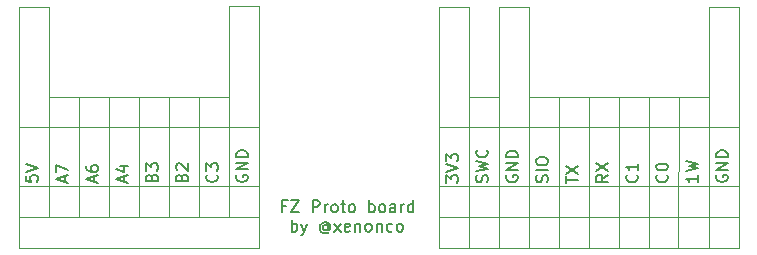
<source format=gbr>
%TF.GenerationSoftware,KiCad,Pcbnew,8.0.4*%
%TF.CreationDate,2024-10-06T22:56:45+03:00*%
%TF.ProjectId,Flipper Zero Protoboard mini,466c6970-7065-4722-905a-65726f205072,rev?*%
%TF.SameCoordinates,Original*%
%TF.FileFunction,Legend,Top*%
%TF.FilePolarity,Positive*%
%FSLAX46Y46*%
G04 Gerber Fmt 4.6, Leading zero omitted, Abs format (unit mm)*
G04 Created by KiCad (PCBNEW 8.0.4) date 2024-10-06 22:56:45*
%MOMM*%
%LPD*%
G01*
G04 APERTURE LIST*
%ADD10C,0.150000*%
%ADD11C,0.100000*%
G04 APERTURE END LIST*
D10*
X78066779Y-81849819D02*
X78066779Y-80849819D01*
X78066779Y-81230771D02*
X78162017Y-81183152D01*
X78162017Y-81183152D02*
X78352493Y-81183152D01*
X78352493Y-81183152D02*
X78447731Y-81230771D01*
X78447731Y-81230771D02*
X78495350Y-81278390D01*
X78495350Y-81278390D02*
X78542969Y-81373628D01*
X78542969Y-81373628D02*
X78542969Y-81659342D01*
X78542969Y-81659342D02*
X78495350Y-81754580D01*
X78495350Y-81754580D02*
X78447731Y-81802200D01*
X78447731Y-81802200D02*
X78352493Y-81849819D01*
X78352493Y-81849819D02*
X78162017Y-81849819D01*
X78162017Y-81849819D02*
X78066779Y-81802200D01*
X78876303Y-81183152D02*
X79114398Y-81849819D01*
X79352493Y-81183152D02*
X79114398Y-81849819D01*
X79114398Y-81849819D02*
X79019160Y-82087914D01*
X79019160Y-82087914D02*
X78971541Y-82135533D01*
X78971541Y-82135533D02*
X78876303Y-82183152D01*
X81114398Y-81373628D02*
X81066779Y-81326009D01*
X81066779Y-81326009D02*
X80971541Y-81278390D01*
X80971541Y-81278390D02*
X80876303Y-81278390D01*
X80876303Y-81278390D02*
X80781065Y-81326009D01*
X80781065Y-81326009D02*
X80733446Y-81373628D01*
X80733446Y-81373628D02*
X80685827Y-81468866D01*
X80685827Y-81468866D02*
X80685827Y-81564104D01*
X80685827Y-81564104D02*
X80733446Y-81659342D01*
X80733446Y-81659342D02*
X80781065Y-81706961D01*
X80781065Y-81706961D02*
X80876303Y-81754580D01*
X80876303Y-81754580D02*
X80971541Y-81754580D01*
X80971541Y-81754580D02*
X81066779Y-81706961D01*
X81066779Y-81706961D02*
X81114398Y-81659342D01*
X81114398Y-81278390D02*
X81114398Y-81659342D01*
X81114398Y-81659342D02*
X81162017Y-81706961D01*
X81162017Y-81706961D02*
X81209636Y-81706961D01*
X81209636Y-81706961D02*
X81304875Y-81659342D01*
X81304875Y-81659342D02*
X81352494Y-81564104D01*
X81352494Y-81564104D02*
X81352494Y-81326009D01*
X81352494Y-81326009D02*
X81257256Y-81183152D01*
X81257256Y-81183152D02*
X81114398Y-81087914D01*
X81114398Y-81087914D02*
X80923922Y-81040295D01*
X80923922Y-81040295D02*
X80733446Y-81087914D01*
X80733446Y-81087914D02*
X80590589Y-81183152D01*
X80590589Y-81183152D02*
X80495351Y-81326009D01*
X80495351Y-81326009D02*
X80447732Y-81516485D01*
X80447732Y-81516485D02*
X80495351Y-81706961D01*
X80495351Y-81706961D02*
X80590589Y-81849819D01*
X80590589Y-81849819D02*
X80733446Y-81945057D01*
X80733446Y-81945057D02*
X80923922Y-81992676D01*
X80923922Y-81992676D02*
X81114398Y-81945057D01*
X81114398Y-81945057D02*
X81257256Y-81849819D01*
X81685827Y-81849819D02*
X82209636Y-81183152D01*
X81685827Y-81183152D02*
X82209636Y-81849819D01*
X82971541Y-81802200D02*
X82876303Y-81849819D01*
X82876303Y-81849819D02*
X82685827Y-81849819D01*
X82685827Y-81849819D02*
X82590589Y-81802200D01*
X82590589Y-81802200D02*
X82542970Y-81706961D01*
X82542970Y-81706961D02*
X82542970Y-81326009D01*
X82542970Y-81326009D02*
X82590589Y-81230771D01*
X82590589Y-81230771D02*
X82685827Y-81183152D01*
X82685827Y-81183152D02*
X82876303Y-81183152D01*
X82876303Y-81183152D02*
X82971541Y-81230771D01*
X82971541Y-81230771D02*
X83019160Y-81326009D01*
X83019160Y-81326009D02*
X83019160Y-81421247D01*
X83019160Y-81421247D02*
X82542970Y-81516485D01*
X83447732Y-81183152D02*
X83447732Y-81849819D01*
X83447732Y-81278390D02*
X83495351Y-81230771D01*
X83495351Y-81230771D02*
X83590589Y-81183152D01*
X83590589Y-81183152D02*
X83733446Y-81183152D01*
X83733446Y-81183152D02*
X83828684Y-81230771D01*
X83828684Y-81230771D02*
X83876303Y-81326009D01*
X83876303Y-81326009D02*
X83876303Y-81849819D01*
X84495351Y-81849819D02*
X84400113Y-81802200D01*
X84400113Y-81802200D02*
X84352494Y-81754580D01*
X84352494Y-81754580D02*
X84304875Y-81659342D01*
X84304875Y-81659342D02*
X84304875Y-81373628D01*
X84304875Y-81373628D02*
X84352494Y-81278390D01*
X84352494Y-81278390D02*
X84400113Y-81230771D01*
X84400113Y-81230771D02*
X84495351Y-81183152D01*
X84495351Y-81183152D02*
X84638208Y-81183152D01*
X84638208Y-81183152D02*
X84733446Y-81230771D01*
X84733446Y-81230771D02*
X84781065Y-81278390D01*
X84781065Y-81278390D02*
X84828684Y-81373628D01*
X84828684Y-81373628D02*
X84828684Y-81659342D01*
X84828684Y-81659342D02*
X84781065Y-81754580D01*
X84781065Y-81754580D02*
X84733446Y-81802200D01*
X84733446Y-81802200D02*
X84638208Y-81849819D01*
X84638208Y-81849819D02*
X84495351Y-81849819D01*
X85257256Y-81183152D02*
X85257256Y-81849819D01*
X85257256Y-81278390D02*
X85304875Y-81230771D01*
X85304875Y-81230771D02*
X85400113Y-81183152D01*
X85400113Y-81183152D02*
X85542970Y-81183152D01*
X85542970Y-81183152D02*
X85638208Y-81230771D01*
X85638208Y-81230771D02*
X85685827Y-81326009D01*
X85685827Y-81326009D02*
X85685827Y-81849819D01*
X86590589Y-81802200D02*
X86495351Y-81849819D01*
X86495351Y-81849819D02*
X86304875Y-81849819D01*
X86304875Y-81849819D02*
X86209637Y-81802200D01*
X86209637Y-81802200D02*
X86162018Y-81754580D01*
X86162018Y-81754580D02*
X86114399Y-81659342D01*
X86114399Y-81659342D02*
X86114399Y-81373628D01*
X86114399Y-81373628D02*
X86162018Y-81278390D01*
X86162018Y-81278390D02*
X86209637Y-81230771D01*
X86209637Y-81230771D02*
X86304875Y-81183152D01*
X86304875Y-81183152D02*
X86495351Y-81183152D01*
X86495351Y-81183152D02*
X86590589Y-81230771D01*
X87162018Y-81849819D02*
X87066780Y-81802200D01*
X87066780Y-81802200D02*
X87019161Y-81754580D01*
X87019161Y-81754580D02*
X86971542Y-81659342D01*
X86971542Y-81659342D02*
X86971542Y-81373628D01*
X86971542Y-81373628D02*
X87019161Y-81278390D01*
X87019161Y-81278390D02*
X87066780Y-81230771D01*
X87066780Y-81230771D02*
X87162018Y-81183152D01*
X87162018Y-81183152D02*
X87304875Y-81183152D01*
X87304875Y-81183152D02*
X87400113Y-81230771D01*
X87400113Y-81230771D02*
X87447732Y-81278390D01*
X87447732Y-81278390D02*
X87495351Y-81373628D01*
X87495351Y-81373628D02*
X87495351Y-81659342D01*
X87495351Y-81659342D02*
X87447732Y-81754580D01*
X87447732Y-81754580D02*
X87400113Y-81802200D01*
X87400113Y-81802200D02*
X87304875Y-81849819D01*
X87304875Y-81849819D02*
X87162018Y-81849819D01*
X77620112Y-79686009D02*
X77286779Y-79686009D01*
X77286779Y-80209819D02*
X77286779Y-79209819D01*
X77286779Y-79209819D02*
X77762969Y-79209819D01*
X78048684Y-79209819D02*
X78715350Y-79209819D01*
X78715350Y-79209819D02*
X78048684Y-80209819D01*
X78048684Y-80209819D02*
X78715350Y-80209819D01*
X79858208Y-80209819D02*
X79858208Y-79209819D01*
X79858208Y-79209819D02*
X80239160Y-79209819D01*
X80239160Y-79209819D02*
X80334398Y-79257438D01*
X80334398Y-79257438D02*
X80382017Y-79305057D01*
X80382017Y-79305057D02*
X80429636Y-79400295D01*
X80429636Y-79400295D02*
X80429636Y-79543152D01*
X80429636Y-79543152D02*
X80382017Y-79638390D01*
X80382017Y-79638390D02*
X80334398Y-79686009D01*
X80334398Y-79686009D02*
X80239160Y-79733628D01*
X80239160Y-79733628D02*
X79858208Y-79733628D01*
X80858208Y-80209819D02*
X80858208Y-79543152D01*
X80858208Y-79733628D02*
X80905827Y-79638390D01*
X80905827Y-79638390D02*
X80953446Y-79590771D01*
X80953446Y-79590771D02*
X81048684Y-79543152D01*
X81048684Y-79543152D02*
X81143922Y-79543152D01*
X81620113Y-80209819D02*
X81524875Y-80162200D01*
X81524875Y-80162200D02*
X81477256Y-80114580D01*
X81477256Y-80114580D02*
X81429637Y-80019342D01*
X81429637Y-80019342D02*
X81429637Y-79733628D01*
X81429637Y-79733628D02*
X81477256Y-79638390D01*
X81477256Y-79638390D02*
X81524875Y-79590771D01*
X81524875Y-79590771D02*
X81620113Y-79543152D01*
X81620113Y-79543152D02*
X81762970Y-79543152D01*
X81762970Y-79543152D02*
X81858208Y-79590771D01*
X81858208Y-79590771D02*
X81905827Y-79638390D01*
X81905827Y-79638390D02*
X81953446Y-79733628D01*
X81953446Y-79733628D02*
X81953446Y-80019342D01*
X81953446Y-80019342D02*
X81905827Y-80114580D01*
X81905827Y-80114580D02*
X81858208Y-80162200D01*
X81858208Y-80162200D02*
X81762970Y-80209819D01*
X81762970Y-80209819D02*
X81620113Y-80209819D01*
X82239161Y-79543152D02*
X82620113Y-79543152D01*
X82382018Y-79209819D02*
X82382018Y-80066961D01*
X82382018Y-80066961D02*
X82429637Y-80162200D01*
X82429637Y-80162200D02*
X82524875Y-80209819D01*
X82524875Y-80209819D02*
X82620113Y-80209819D01*
X83096304Y-80209819D02*
X83001066Y-80162200D01*
X83001066Y-80162200D02*
X82953447Y-80114580D01*
X82953447Y-80114580D02*
X82905828Y-80019342D01*
X82905828Y-80019342D02*
X82905828Y-79733628D01*
X82905828Y-79733628D02*
X82953447Y-79638390D01*
X82953447Y-79638390D02*
X83001066Y-79590771D01*
X83001066Y-79590771D02*
X83096304Y-79543152D01*
X83096304Y-79543152D02*
X83239161Y-79543152D01*
X83239161Y-79543152D02*
X83334399Y-79590771D01*
X83334399Y-79590771D02*
X83382018Y-79638390D01*
X83382018Y-79638390D02*
X83429637Y-79733628D01*
X83429637Y-79733628D02*
X83429637Y-80019342D01*
X83429637Y-80019342D02*
X83382018Y-80114580D01*
X83382018Y-80114580D02*
X83334399Y-80162200D01*
X83334399Y-80162200D02*
X83239161Y-80209819D01*
X83239161Y-80209819D02*
X83096304Y-80209819D01*
X84620114Y-80209819D02*
X84620114Y-79209819D01*
X84620114Y-79590771D02*
X84715352Y-79543152D01*
X84715352Y-79543152D02*
X84905828Y-79543152D01*
X84905828Y-79543152D02*
X85001066Y-79590771D01*
X85001066Y-79590771D02*
X85048685Y-79638390D01*
X85048685Y-79638390D02*
X85096304Y-79733628D01*
X85096304Y-79733628D02*
X85096304Y-80019342D01*
X85096304Y-80019342D02*
X85048685Y-80114580D01*
X85048685Y-80114580D02*
X85001066Y-80162200D01*
X85001066Y-80162200D02*
X84905828Y-80209819D01*
X84905828Y-80209819D02*
X84715352Y-80209819D01*
X84715352Y-80209819D02*
X84620114Y-80162200D01*
X85667733Y-80209819D02*
X85572495Y-80162200D01*
X85572495Y-80162200D02*
X85524876Y-80114580D01*
X85524876Y-80114580D02*
X85477257Y-80019342D01*
X85477257Y-80019342D02*
X85477257Y-79733628D01*
X85477257Y-79733628D02*
X85524876Y-79638390D01*
X85524876Y-79638390D02*
X85572495Y-79590771D01*
X85572495Y-79590771D02*
X85667733Y-79543152D01*
X85667733Y-79543152D02*
X85810590Y-79543152D01*
X85810590Y-79543152D02*
X85905828Y-79590771D01*
X85905828Y-79590771D02*
X85953447Y-79638390D01*
X85953447Y-79638390D02*
X86001066Y-79733628D01*
X86001066Y-79733628D02*
X86001066Y-80019342D01*
X86001066Y-80019342D02*
X85953447Y-80114580D01*
X85953447Y-80114580D02*
X85905828Y-80162200D01*
X85905828Y-80162200D02*
X85810590Y-80209819D01*
X85810590Y-80209819D02*
X85667733Y-80209819D01*
X86858209Y-80209819D02*
X86858209Y-79686009D01*
X86858209Y-79686009D02*
X86810590Y-79590771D01*
X86810590Y-79590771D02*
X86715352Y-79543152D01*
X86715352Y-79543152D02*
X86524876Y-79543152D01*
X86524876Y-79543152D02*
X86429638Y-79590771D01*
X86858209Y-80162200D02*
X86762971Y-80209819D01*
X86762971Y-80209819D02*
X86524876Y-80209819D01*
X86524876Y-80209819D02*
X86429638Y-80162200D01*
X86429638Y-80162200D02*
X86382019Y-80066961D01*
X86382019Y-80066961D02*
X86382019Y-79971723D01*
X86382019Y-79971723D02*
X86429638Y-79876485D01*
X86429638Y-79876485D02*
X86524876Y-79828866D01*
X86524876Y-79828866D02*
X86762971Y-79828866D01*
X86762971Y-79828866D02*
X86858209Y-79781247D01*
X87334400Y-80209819D02*
X87334400Y-79543152D01*
X87334400Y-79733628D02*
X87382019Y-79638390D01*
X87382019Y-79638390D02*
X87429638Y-79590771D01*
X87429638Y-79590771D02*
X87524876Y-79543152D01*
X87524876Y-79543152D02*
X87620114Y-79543152D01*
X88382019Y-80209819D02*
X88382019Y-79209819D01*
X88382019Y-80162200D02*
X88286781Y-80209819D01*
X88286781Y-80209819D02*
X88096305Y-80209819D01*
X88096305Y-80209819D02*
X88001067Y-80162200D01*
X88001067Y-80162200D02*
X87953448Y-80114580D01*
X87953448Y-80114580D02*
X87905829Y-80019342D01*
X87905829Y-80019342D02*
X87905829Y-79733628D01*
X87905829Y-79733628D02*
X87953448Y-79638390D01*
X87953448Y-79638390D02*
X88001067Y-79590771D01*
X88001067Y-79590771D02*
X88096305Y-79543152D01*
X88096305Y-79543152D02*
X88286781Y-79543152D01*
X88286781Y-79543152D02*
X88382019Y-79590771D01*
X114047438Y-77079411D02*
X113999819Y-77174649D01*
X113999819Y-77174649D02*
X113999819Y-77317506D01*
X113999819Y-77317506D02*
X114047438Y-77460363D01*
X114047438Y-77460363D02*
X114142676Y-77555601D01*
X114142676Y-77555601D02*
X114237914Y-77603220D01*
X114237914Y-77603220D02*
X114428390Y-77650839D01*
X114428390Y-77650839D02*
X114571247Y-77650839D01*
X114571247Y-77650839D02*
X114761723Y-77603220D01*
X114761723Y-77603220D02*
X114856961Y-77555601D01*
X114856961Y-77555601D02*
X114952200Y-77460363D01*
X114952200Y-77460363D02*
X114999819Y-77317506D01*
X114999819Y-77317506D02*
X114999819Y-77222268D01*
X114999819Y-77222268D02*
X114952200Y-77079411D01*
X114952200Y-77079411D02*
X114904580Y-77031792D01*
X114904580Y-77031792D02*
X114571247Y-77031792D01*
X114571247Y-77031792D02*
X114571247Y-77222268D01*
X114999819Y-76603220D02*
X113999819Y-76603220D01*
X113999819Y-76603220D02*
X114999819Y-76031792D01*
X114999819Y-76031792D02*
X113999819Y-76031792D01*
X114999819Y-75555601D02*
X113999819Y-75555601D01*
X113999819Y-75555601D02*
X113999819Y-75317506D01*
X113999819Y-75317506D02*
X114047438Y-75174649D01*
X114047438Y-75174649D02*
X114142676Y-75079411D01*
X114142676Y-75079411D02*
X114237914Y-75031792D01*
X114237914Y-75031792D02*
X114428390Y-74984173D01*
X114428390Y-74984173D02*
X114571247Y-74984173D01*
X114571247Y-74984173D02*
X114761723Y-75031792D01*
X114761723Y-75031792D02*
X114856961Y-75079411D01*
X114856961Y-75079411D02*
X114952200Y-75174649D01*
X114952200Y-75174649D02*
X114999819Y-75317506D01*
X114999819Y-75317506D02*
X114999819Y-75555601D01*
X112459819Y-77079411D02*
X112459819Y-77650839D01*
X112459819Y-77365125D02*
X111459819Y-77365125D01*
X111459819Y-77365125D02*
X111602676Y-77460363D01*
X111602676Y-77460363D02*
X111697914Y-77555601D01*
X111697914Y-77555601D02*
X111745533Y-77650839D01*
X111459819Y-76746077D02*
X112459819Y-76507982D01*
X112459819Y-76507982D02*
X111745533Y-76317506D01*
X111745533Y-76317506D02*
X112459819Y-76127030D01*
X112459819Y-76127030D02*
X111459819Y-75888935D01*
X109824580Y-77041792D02*
X109872200Y-77089411D01*
X109872200Y-77089411D02*
X109919819Y-77232268D01*
X109919819Y-77232268D02*
X109919819Y-77327506D01*
X109919819Y-77327506D02*
X109872200Y-77470363D01*
X109872200Y-77470363D02*
X109776961Y-77565601D01*
X109776961Y-77565601D02*
X109681723Y-77613220D01*
X109681723Y-77613220D02*
X109491247Y-77660839D01*
X109491247Y-77660839D02*
X109348390Y-77660839D01*
X109348390Y-77660839D02*
X109157914Y-77613220D01*
X109157914Y-77613220D02*
X109062676Y-77565601D01*
X109062676Y-77565601D02*
X108967438Y-77470363D01*
X108967438Y-77470363D02*
X108919819Y-77327506D01*
X108919819Y-77327506D02*
X108919819Y-77232268D01*
X108919819Y-77232268D02*
X108967438Y-77089411D01*
X108967438Y-77089411D02*
X109015057Y-77041792D01*
X108919819Y-76422744D02*
X108919819Y-76327506D01*
X108919819Y-76327506D02*
X108967438Y-76232268D01*
X108967438Y-76232268D02*
X109015057Y-76184649D01*
X109015057Y-76184649D02*
X109110295Y-76137030D01*
X109110295Y-76137030D02*
X109300771Y-76089411D01*
X109300771Y-76089411D02*
X109538866Y-76089411D01*
X109538866Y-76089411D02*
X109729342Y-76137030D01*
X109729342Y-76137030D02*
X109824580Y-76184649D01*
X109824580Y-76184649D02*
X109872200Y-76232268D01*
X109872200Y-76232268D02*
X109919819Y-76327506D01*
X109919819Y-76327506D02*
X109919819Y-76422744D01*
X109919819Y-76422744D02*
X109872200Y-76517982D01*
X109872200Y-76517982D02*
X109824580Y-76565601D01*
X109824580Y-76565601D02*
X109729342Y-76613220D01*
X109729342Y-76613220D02*
X109538866Y-76660839D01*
X109538866Y-76660839D02*
X109300771Y-76660839D01*
X109300771Y-76660839D02*
X109110295Y-76613220D01*
X109110295Y-76613220D02*
X109015057Y-76565601D01*
X109015057Y-76565601D02*
X108967438Y-76517982D01*
X108967438Y-76517982D02*
X108919819Y-76422744D01*
X107284580Y-77041792D02*
X107332200Y-77089411D01*
X107332200Y-77089411D02*
X107379819Y-77232268D01*
X107379819Y-77232268D02*
X107379819Y-77327506D01*
X107379819Y-77327506D02*
X107332200Y-77470363D01*
X107332200Y-77470363D02*
X107236961Y-77565601D01*
X107236961Y-77565601D02*
X107141723Y-77613220D01*
X107141723Y-77613220D02*
X106951247Y-77660839D01*
X106951247Y-77660839D02*
X106808390Y-77660839D01*
X106808390Y-77660839D02*
X106617914Y-77613220D01*
X106617914Y-77613220D02*
X106522676Y-77565601D01*
X106522676Y-77565601D02*
X106427438Y-77470363D01*
X106427438Y-77470363D02*
X106379819Y-77327506D01*
X106379819Y-77327506D02*
X106379819Y-77232268D01*
X106379819Y-77232268D02*
X106427438Y-77089411D01*
X106427438Y-77089411D02*
X106475057Y-77041792D01*
X107379819Y-76089411D02*
X107379819Y-76660839D01*
X107379819Y-76375125D02*
X106379819Y-76375125D01*
X106379819Y-76375125D02*
X106522676Y-76470363D01*
X106522676Y-76470363D02*
X106617914Y-76565601D01*
X106617914Y-76565601D02*
X106665533Y-76660839D01*
X104839819Y-77041792D02*
X104363628Y-77375125D01*
X104839819Y-77613220D02*
X103839819Y-77613220D01*
X103839819Y-77613220D02*
X103839819Y-77232268D01*
X103839819Y-77232268D02*
X103887438Y-77137030D01*
X103887438Y-77137030D02*
X103935057Y-77089411D01*
X103935057Y-77089411D02*
X104030295Y-77041792D01*
X104030295Y-77041792D02*
X104173152Y-77041792D01*
X104173152Y-77041792D02*
X104268390Y-77089411D01*
X104268390Y-77089411D02*
X104316009Y-77137030D01*
X104316009Y-77137030D02*
X104363628Y-77232268D01*
X104363628Y-77232268D02*
X104363628Y-77613220D01*
X103839819Y-76708458D02*
X104839819Y-76041792D01*
X103839819Y-76041792D02*
X104839819Y-76708458D01*
X101299819Y-77756077D02*
X101299819Y-77184649D01*
X102299819Y-77470363D02*
X101299819Y-77470363D01*
X101299819Y-76946553D02*
X102299819Y-76279887D01*
X101299819Y-76279887D02*
X102299819Y-76946553D01*
X99712200Y-77660839D02*
X99759819Y-77517982D01*
X99759819Y-77517982D02*
X99759819Y-77279887D01*
X99759819Y-77279887D02*
X99712200Y-77184649D01*
X99712200Y-77184649D02*
X99664580Y-77137030D01*
X99664580Y-77137030D02*
X99569342Y-77089411D01*
X99569342Y-77089411D02*
X99474104Y-77089411D01*
X99474104Y-77089411D02*
X99378866Y-77137030D01*
X99378866Y-77137030D02*
X99331247Y-77184649D01*
X99331247Y-77184649D02*
X99283628Y-77279887D01*
X99283628Y-77279887D02*
X99236009Y-77470363D01*
X99236009Y-77470363D02*
X99188390Y-77565601D01*
X99188390Y-77565601D02*
X99140771Y-77613220D01*
X99140771Y-77613220D02*
X99045533Y-77660839D01*
X99045533Y-77660839D02*
X98950295Y-77660839D01*
X98950295Y-77660839D02*
X98855057Y-77613220D01*
X98855057Y-77613220D02*
X98807438Y-77565601D01*
X98807438Y-77565601D02*
X98759819Y-77470363D01*
X98759819Y-77470363D02*
X98759819Y-77232268D01*
X98759819Y-77232268D02*
X98807438Y-77089411D01*
X99759819Y-76660839D02*
X98759819Y-76660839D01*
X98759819Y-75994173D02*
X98759819Y-75803697D01*
X98759819Y-75803697D02*
X98807438Y-75708459D01*
X98807438Y-75708459D02*
X98902676Y-75613221D01*
X98902676Y-75613221D02*
X99093152Y-75565602D01*
X99093152Y-75565602D02*
X99426485Y-75565602D01*
X99426485Y-75565602D02*
X99616961Y-75613221D01*
X99616961Y-75613221D02*
X99712200Y-75708459D01*
X99712200Y-75708459D02*
X99759819Y-75803697D01*
X99759819Y-75803697D02*
X99759819Y-75994173D01*
X99759819Y-75994173D02*
X99712200Y-76089411D01*
X99712200Y-76089411D02*
X99616961Y-76184649D01*
X99616961Y-76184649D02*
X99426485Y-76232268D01*
X99426485Y-76232268D02*
X99093152Y-76232268D01*
X99093152Y-76232268D02*
X98902676Y-76184649D01*
X98902676Y-76184649D02*
X98807438Y-76089411D01*
X98807438Y-76089411D02*
X98759819Y-75994173D01*
X96267438Y-77089411D02*
X96219819Y-77184649D01*
X96219819Y-77184649D02*
X96219819Y-77327506D01*
X96219819Y-77327506D02*
X96267438Y-77470363D01*
X96267438Y-77470363D02*
X96362676Y-77565601D01*
X96362676Y-77565601D02*
X96457914Y-77613220D01*
X96457914Y-77613220D02*
X96648390Y-77660839D01*
X96648390Y-77660839D02*
X96791247Y-77660839D01*
X96791247Y-77660839D02*
X96981723Y-77613220D01*
X96981723Y-77613220D02*
X97076961Y-77565601D01*
X97076961Y-77565601D02*
X97172200Y-77470363D01*
X97172200Y-77470363D02*
X97219819Y-77327506D01*
X97219819Y-77327506D02*
X97219819Y-77232268D01*
X97219819Y-77232268D02*
X97172200Y-77089411D01*
X97172200Y-77089411D02*
X97124580Y-77041792D01*
X97124580Y-77041792D02*
X96791247Y-77041792D01*
X96791247Y-77041792D02*
X96791247Y-77232268D01*
X97219819Y-76613220D02*
X96219819Y-76613220D01*
X96219819Y-76613220D02*
X97219819Y-76041792D01*
X97219819Y-76041792D02*
X96219819Y-76041792D01*
X97219819Y-75565601D02*
X96219819Y-75565601D01*
X96219819Y-75565601D02*
X96219819Y-75327506D01*
X96219819Y-75327506D02*
X96267438Y-75184649D01*
X96267438Y-75184649D02*
X96362676Y-75089411D01*
X96362676Y-75089411D02*
X96457914Y-75041792D01*
X96457914Y-75041792D02*
X96648390Y-74994173D01*
X96648390Y-74994173D02*
X96791247Y-74994173D01*
X96791247Y-74994173D02*
X96981723Y-75041792D01*
X96981723Y-75041792D02*
X97076961Y-75089411D01*
X97076961Y-75089411D02*
X97172200Y-75184649D01*
X97172200Y-75184649D02*
X97219819Y-75327506D01*
X97219819Y-75327506D02*
X97219819Y-75565601D01*
X94632200Y-77660839D02*
X94679819Y-77517982D01*
X94679819Y-77517982D02*
X94679819Y-77279887D01*
X94679819Y-77279887D02*
X94632200Y-77184649D01*
X94632200Y-77184649D02*
X94584580Y-77137030D01*
X94584580Y-77137030D02*
X94489342Y-77089411D01*
X94489342Y-77089411D02*
X94394104Y-77089411D01*
X94394104Y-77089411D02*
X94298866Y-77137030D01*
X94298866Y-77137030D02*
X94251247Y-77184649D01*
X94251247Y-77184649D02*
X94203628Y-77279887D01*
X94203628Y-77279887D02*
X94156009Y-77470363D01*
X94156009Y-77470363D02*
X94108390Y-77565601D01*
X94108390Y-77565601D02*
X94060771Y-77613220D01*
X94060771Y-77613220D02*
X93965533Y-77660839D01*
X93965533Y-77660839D02*
X93870295Y-77660839D01*
X93870295Y-77660839D02*
X93775057Y-77613220D01*
X93775057Y-77613220D02*
X93727438Y-77565601D01*
X93727438Y-77565601D02*
X93679819Y-77470363D01*
X93679819Y-77470363D02*
X93679819Y-77232268D01*
X93679819Y-77232268D02*
X93727438Y-77089411D01*
X93679819Y-76756077D02*
X94679819Y-76517982D01*
X94679819Y-76517982D02*
X93965533Y-76327506D01*
X93965533Y-76327506D02*
X94679819Y-76137030D01*
X94679819Y-76137030D02*
X93679819Y-75898935D01*
X94584580Y-74946554D02*
X94632200Y-74994173D01*
X94632200Y-74994173D02*
X94679819Y-75137030D01*
X94679819Y-75137030D02*
X94679819Y-75232268D01*
X94679819Y-75232268D02*
X94632200Y-75375125D01*
X94632200Y-75375125D02*
X94536961Y-75470363D01*
X94536961Y-75470363D02*
X94441723Y-75517982D01*
X94441723Y-75517982D02*
X94251247Y-75565601D01*
X94251247Y-75565601D02*
X94108390Y-75565601D01*
X94108390Y-75565601D02*
X93917914Y-75517982D01*
X93917914Y-75517982D02*
X93822676Y-75470363D01*
X93822676Y-75470363D02*
X93727438Y-75375125D01*
X93727438Y-75375125D02*
X93679819Y-75232268D01*
X93679819Y-75232268D02*
X93679819Y-75137030D01*
X93679819Y-75137030D02*
X93727438Y-74994173D01*
X93727438Y-74994173D02*
X93775057Y-74946554D01*
X91139819Y-77708458D02*
X91139819Y-77089411D01*
X91139819Y-77089411D02*
X91520771Y-77422744D01*
X91520771Y-77422744D02*
X91520771Y-77279887D01*
X91520771Y-77279887D02*
X91568390Y-77184649D01*
X91568390Y-77184649D02*
X91616009Y-77137030D01*
X91616009Y-77137030D02*
X91711247Y-77089411D01*
X91711247Y-77089411D02*
X91949342Y-77089411D01*
X91949342Y-77089411D02*
X92044580Y-77137030D01*
X92044580Y-77137030D02*
X92092200Y-77184649D01*
X92092200Y-77184649D02*
X92139819Y-77279887D01*
X92139819Y-77279887D02*
X92139819Y-77565601D01*
X92139819Y-77565601D02*
X92092200Y-77660839D01*
X92092200Y-77660839D02*
X92044580Y-77708458D01*
X91139819Y-76803696D02*
X92139819Y-76470363D01*
X92139819Y-76470363D02*
X91139819Y-76137030D01*
X91139819Y-75898934D02*
X91139819Y-75279887D01*
X91139819Y-75279887D02*
X91520771Y-75613220D01*
X91520771Y-75613220D02*
X91520771Y-75470363D01*
X91520771Y-75470363D02*
X91568390Y-75375125D01*
X91568390Y-75375125D02*
X91616009Y-75327506D01*
X91616009Y-75327506D02*
X91711247Y-75279887D01*
X91711247Y-75279887D02*
X91949342Y-75279887D01*
X91949342Y-75279887D02*
X92044580Y-75327506D01*
X92044580Y-75327506D02*
X92092200Y-75375125D01*
X92092200Y-75375125D02*
X92139819Y-75470363D01*
X92139819Y-75470363D02*
X92139819Y-75756077D01*
X92139819Y-75756077D02*
X92092200Y-75851315D01*
X92092200Y-75851315D02*
X92044580Y-75898934D01*
X73407438Y-77069411D02*
X73359819Y-77164649D01*
X73359819Y-77164649D02*
X73359819Y-77307506D01*
X73359819Y-77307506D02*
X73407438Y-77450363D01*
X73407438Y-77450363D02*
X73502676Y-77545601D01*
X73502676Y-77545601D02*
X73597914Y-77593220D01*
X73597914Y-77593220D02*
X73788390Y-77640839D01*
X73788390Y-77640839D02*
X73931247Y-77640839D01*
X73931247Y-77640839D02*
X74121723Y-77593220D01*
X74121723Y-77593220D02*
X74216961Y-77545601D01*
X74216961Y-77545601D02*
X74312200Y-77450363D01*
X74312200Y-77450363D02*
X74359819Y-77307506D01*
X74359819Y-77307506D02*
X74359819Y-77212268D01*
X74359819Y-77212268D02*
X74312200Y-77069411D01*
X74312200Y-77069411D02*
X74264580Y-77021792D01*
X74264580Y-77021792D02*
X73931247Y-77021792D01*
X73931247Y-77021792D02*
X73931247Y-77212268D01*
X74359819Y-76593220D02*
X73359819Y-76593220D01*
X73359819Y-76593220D02*
X74359819Y-76021792D01*
X74359819Y-76021792D02*
X73359819Y-76021792D01*
X74359819Y-75545601D02*
X73359819Y-75545601D01*
X73359819Y-75545601D02*
X73359819Y-75307506D01*
X73359819Y-75307506D02*
X73407438Y-75164649D01*
X73407438Y-75164649D02*
X73502676Y-75069411D01*
X73502676Y-75069411D02*
X73597914Y-75021792D01*
X73597914Y-75021792D02*
X73788390Y-74974173D01*
X73788390Y-74974173D02*
X73931247Y-74974173D01*
X73931247Y-74974173D02*
X74121723Y-75021792D01*
X74121723Y-75021792D02*
X74216961Y-75069411D01*
X74216961Y-75069411D02*
X74312200Y-75164649D01*
X74312200Y-75164649D02*
X74359819Y-75307506D01*
X74359819Y-75307506D02*
X74359819Y-75545601D01*
X71724580Y-77031792D02*
X71772200Y-77079411D01*
X71772200Y-77079411D02*
X71819819Y-77222268D01*
X71819819Y-77222268D02*
X71819819Y-77317506D01*
X71819819Y-77317506D02*
X71772200Y-77460363D01*
X71772200Y-77460363D02*
X71676961Y-77555601D01*
X71676961Y-77555601D02*
X71581723Y-77603220D01*
X71581723Y-77603220D02*
X71391247Y-77650839D01*
X71391247Y-77650839D02*
X71248390Y-77650839D01*
X71248390Y-77650839D02*
X71057914Y-77603220D01*
X71057914Y-77603220D02*
X70962676Y-77555601D01*
X70962676Y-77555601D02*
X70867438Y-77460363D01*
X70867438Y-77460363D02*
X70819819Y-77317506D01*
X70819819Y-77317506D02*
X70819819Y-77222268D01*
X70819819Y-77222268D02*
X70867438Y-77079411D01*
X70867438Y-77079411D02*
X70915057Y-77031792D01*
X70819819Y-76698458D02*
X70819819Y-76079411D01*
X70819819Y-76079411D02*
X71200771Y-76412744D01*
X71200771Y-76412744D02*
X71200771Y-76269887D01*
X71200771Y-76269887D02*
X71248390Y-76174649D01*
X71248390Y-76174649D02*
X71296009Y-76127030D01*
X71296009Y-76127030D02*
X71391247Y-76079411D01*
X71391247Y-76079411D02*
X71629342Y-76079411D01*
X71629342Y-76079411D02*
X71724580Y-76127030D01*
X71724580Y-76127030D02*
X71772200Y-76174649D01*
X71772200Y-76174649D02*
X71819819Y-76269887D01*
X71819819Y-76269887D02*
X71819819Y-76555601D01*
X71819819Y-76555601D02*
X71772200Y-76650839D01*
X71772200Y-76650839D02*
X71724580Y-76698458D01*
X68756009Y-77269887D02*
X68803628Y-77127030D01*
X68803628Y-77127030D02*
X68851247Y-77079411D01*
X68851247Y-77079411D02*
X68946485Y-77031792D01*
X68946485Y-77031792D02*
X69089342Y-77031792D01*
X69089342Y-77031792D02*
X69184580Y-77079411D01*
X69184580Y-77079411D02*
X69232200Y-77127030D01*
X69232200Y-77127030D02*
X69279819Y-77222268D01*
X69279819Y-77222268D02*
X69279819Y-77603220D01*
X69279819Y-77603220D02*
X68279819Y-77603220D01*
X68279819Y-77603220D02*
X68279819Y-77269887D01*
X68279819Y-77269887D02*
X68327438Y-77174649D01*
X68327438Y-77174649D02*
X68375057Y-77127030D01*
X68375057Y-77127030D02*
X68470295Y-77079411D01*
X68470295Y-77079411D02*
X68565533Y-77079411D01*
X68565533Y-77079411D02*
X68660771Y-77127030D01*
X68660771Y-77127030D02*
X68708390Y-77174649D01*
X68708390Y-77174649D02*
X68756009Y-77269887D01*
X68756009Y-77269887D02*
X68756009Y-77603220D01*
X68375057Y-76650839D02*
X68327438Y-76603220D01*
X68327438Y-76603220D02*
X68279819Y-76507982D01*
X68279819Y-76507982D02*
X68279819Y-76269887D01*
X68279819Y-76269887D02*
X68327438Y-76174649D01*
X68327438Y-76174649D02*
X68375057Y-76127030D01*
X68375057Y-76127030D02*
X68470295Y-76079411D01*
X68470295Y-76079411D02*
X68565533Y-76079411D01*
X68565533Y-76079411D02*
X68708390Y-76127030D01*
X68708390Y-76127030D02*
X69279819Y-76698458D01*
X69279819Y-76698458D02*
X69279819Y-76079411D01*
X66216009Y-77269887D02*
X66263628Y-77127030D01*
X66263628Y-77127030D02*
X66311247Y-77079411D01*
X66311247Y-77079411D02*
X66406485Y-77031792D01*
X66406485Y-77031792D02*
X66549342Y-77031792D01*
X66549342Y-77031792D02*
X66644580Y-77079411D01*
X66644580Y-77079411D02*
X66692200Y-77127030D01*
X66692200Y-77127030D02*
X66739819Y-77222268D01*
X66739819Y-77222268D02*
X66739819Y-77603220D01*
X66739819Y-77603220D02*
X65739819Y-77603220D01*
X65739819Y-77603220D02*
X65739819Y-77269887D01*
X65739819Y-77269887D02*
X65787438Y-77174649D01*
X65787438Y-77174649D02*
X65835057Y-77127030D01*
X65835057Y-77127030D02*
X65930295Y-77079411D01*
X65930295Y-77079411D02*
X66025533Y-77079411D01*
X66025533Y-77079411D02*
X66120771Y-77127030D01*
X66120771Y-77127030D02*
X66168390Y-77174649D01*
X66168390Y-77174649D02*
X66216009Y-77269887D01*
X66216009Y-77269887D02*
X66216009Y-77603220D01*
X65739819Y-76698458D02*
X65739819Y-76079411D01*
X65739819Y-76079411D02*
X66120771Y-76412744D01*
X66120771Y-76412744D02*
X66120771Y-76269887D01*
X66120771Y-76269887D02*
X66168390Y-76174649D01*
X66168390Y-76174649D02*
X66216009Y-76127030D01*
X66216009Y-76127030D02*
X66311247Y-76079411D01*
X66311247Y-76079411D02*
X66549342Y-76079411D01*
X66549342Y-76079411D02*
X66644580Y-76127030D01*
X66644580Y-76127030D02*
X66692200Y-76174649D01*
X66692200Y-76174649D02*
X66739819Y-76269887D01*
X66739819Y-76269887D02*
X66739819Y-76555601D01*
X66739819Y-76555601D02*
X66692200Y-76650839D01*
X66692200Y-76650839D02*
X66644580Y-76698458D01*
X63914104Y-77650839D02*
X63914104Y-77174649D01*
X64199819Y-77746077D02*
X63199819Y-77412744D01*
X63199819Y-77412744D02*
X64199819Y-77079411D01*
X63533152Y-76317506D02*
X64199819Y-76317506D01*
X63152200Y-76555601D02*
X63866485Y-76793696D01*
X63866485Y-76793696D02*
X63866485Y-76174649D01*
X61374104Y-77650839D02*
X61374104Y-77174649D01*
X61659819Y-77746077D02*
X60659819Y-77412744D01*
X60659819Y-77412744D02*
X61659819Y-77079411D01*
X60659819Y-76317506D02*
X60659819Y-76507982D01*
X60659819Y-76507982D02*
X60707438Y-76603220D01*
X60707438Y-76603220D02*
X60755057Y-76650839D01*
X60755057Y-76650839D02*
X60897914Y-76746077D01*
X60897914Y-76746077D02*
X61088390Y-76793696D01*
X61088390Y-76793696D02*
X61469342Y-76793696D01*
X61469342Y-76793696D02*
X61564580Y-76746077D01*
X61564580Y-76746077D02*
X61612200Y-76698458D01*
X61612200Y-76698458D02*
X61659819Y-76603220D01*
X61659819Y-76603220D02*
X61659819Y-76412744D01*
X61659819Y-76412744D02*
X61612200Y-76317506D01*
X61612200Y-76317506D02*
X61564580Y-76269887D01*
X61564580Y-76269887D02*
X61469342Y-76222268D01*
X61469342Y-76222268D02*
X61231247Y-76222268D01*
X61231247Y-76222268D02*
X61136009Y-76269887D01*
X61136009Y-76269887D02*
X61088390Y-76317506D01*
X61088390Y-76317506D02*
X61040771Y-76412744D01*
X61040771Y-76412744D02*
X61040771Y-76603220D01*
X61040771Y-76603220D02*
X61088390Y-76698458D01*
X61088390Y-76698458D02*
X61136009Y-76746077D01*
X61136009Y-76746077D02*
X61231247Y-76793696D01*
X58844104Y-77650839D02*
X58844104Y-77174649D01*
X59129819Y-77746077D02*
X58129819Y-77412744D01*
X58129819Y-77412744D02*
X59129819Y-77079411D01*
X58129819Y-76841315D02*
X58129819Y-76174649D01*
X58129819Y-76174649D02*
X59129819Y-76603220D01*
X55559819Y-77127030D02*
X55559819Y-77603220D01*
X55559819Y-77603220D02*
X56036009Y-77650839D01*
X56036009Y-77650839D02*
X55988390Y-77603220D01*
X55988390Y-77603220D02*
X55940771Y-77507982D01*
X55940771Y-77507982D02*
X55940771Y-77269887D01*
X55940771Y-77269887D02*
X55988390Y-77174649D01*
X55988390Y-77174649D02*
X56036009Y-77127030D01*
X56036009Y-77127030D02*
X56131247Y-77079411D01*
X56131247Y-77079411D02*
X56369342Y-77079411D01*
X56369342Y-77079411D02*
X56464580Y-77127030D01*
X56464580Y-77127030D02*
X56512200Y-77174649D01*
X56512200Y-77174649D02*
X56559819Y-77269887D01*
X56559819Y-77269887D02*
X56559819Y-77507982D01*
X56559819Y-77507982D02*
X56512200Y-77603220D01*
X56512200Y-77603220D02*
X56464580Y-77650839D01*
X55559819Y-76793696D02*
X56559819Y-76460363D01*
X56559819Y-76460363D02*
X55559819Y-76127030D01*
D11*
X100670000Y-70420000D02*
X100660000Y-83260000D01*
X103210000Y-70430000D02*
X103205000Y-83270000D01*
X105745000Y-70425000D02*
X105750000Y-83250000D01*
X108280000Y-70430000D02*
X108280000Y-83240000D01*
X110820000Y-70430000D02*
X110810000Y-83260000D01*
X115900000Y-62800000D02*
X115900000Y-72990000D01*
X113360000Y-62800000D02*
X115900000Y-62800000D01*
X113360000Y-70430000D02*
X113360000Y-62800000D01*
X113360000Y-70430000D02*
X113370000Y-83270000D01*
X98130000Y-70420000D02*
X113360000Y-70430000D01*
X98120000Y-62800000D02*
X98130000Y-83270000D01*
X95580000Y-62800000D02*
X98120000Y-62800000D01*
X95580000Y-70420000D02*
X95580000Y-62800000D01*
X95580000Y-70420000D02*
X95580000Y-72990000D01*
X93050000Y-70420000D02*
X95580000Y-70420000D01*
X95580000Y-72990000D02*
X95580000Y-83260000D01*
X93050000Y-72990000D02*
X93050000Y-83270000D01*
X115900000Y-77990000D02*
X90510000Y-78000000D01*
X90520000Y-80580000D02*
X115900000Y-80580000D01*
X90510000Y-62810000D02*
X90510000Y-72990000D01*
X90510000Y-62810000D02*
X93050000Y-62810000D01*
X93050000Y-62810000D02*
X93050000Y-72990000D01*
X75260000Y-62790000D02*
X75260000Y-72970000D01*
X72730000Y-62790000D02*
X75260000Y-62790000D01*
X72730000Y-70420000D02*
X72730000Y-62790000D01*
X72730000Y-70420000D02*
X72730000Y-72970000D01*
X57490000Y-70420000D02*
X72730000Y-70420000D01*
X54950000Y-62800000D02*
X54950000Y-72970000D01*
X57490000Y-62800000D02*
X57490000Y-72970000D01*
X54950000Y-62800000D02*
X57490000Y-62800000D01*
X57490000Y-72970000D02*
X57490000Y-80590000D01*
X60030000Y-70430000D02*
X60030000Y-80590000D01*
X62570000Y-70430000D02*
X62570000Y-80590000D01*
X65110000Y-70420000D02*
X65105000Y-80590000D01*
X67650000Y-70430000D02*
X67650000Y-80590000D01*
X70190000Y-70430000D02*
X70190000Y-80590000D01*
X72730000Y-72970000D02*
X72730000Y-80590000D01*
X54950000Y-80590000D02*
X75260000Y-80590000D01*
X54950000Y-77990000D02*
X75260000Y-77980000D01*
X90510000Y-72990000D02*
X115900000Y-72990000D01*
X115900000Y-83270000D01*
X90510000Y-83270000D01*
X90510000Y-72990000D01*
X54950000Y-72970000D02*
X75260000Y-72970000D01*
X75260000Y-83260000D01*
X54950000Y-83260000D01*
X54950000Y-72970000D01*
M02*

</source>
